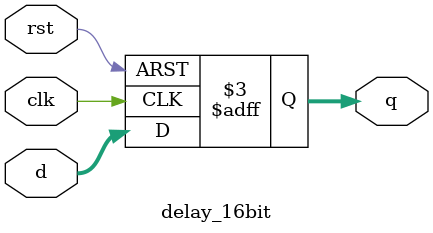
<source format=v>
`timescale 1ns/10ps
module delay_16bit(d,clk,rst,q);
  input [1:16] d;
  input rst, clk;
  output [1:16] q;
  reg [1:16] q;
  always @(posedge clk or negedge rst)
      begin
        if(!rst) 
           begin
             q <= 16'b0;
           end
        else 
           begin
             q <= d;
           end
      end
endmodule
</source>
